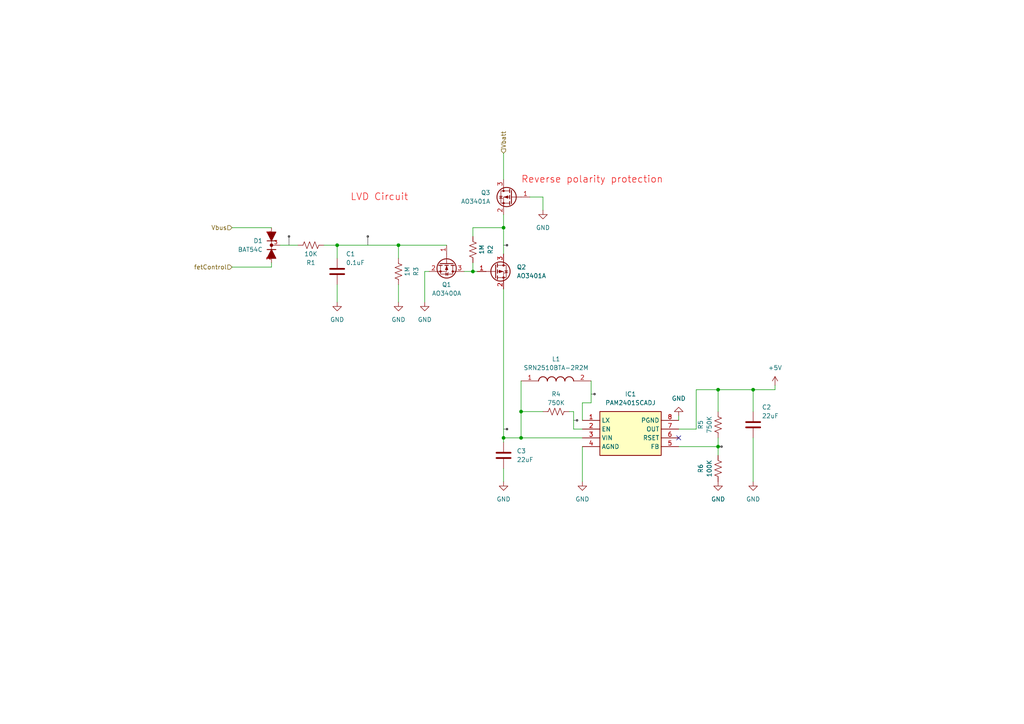
<source format=kicad_sch>
(kicad_sch (version 20230121) (generator eeschema)
  (paper "A4")
  (lib_symbols
    (symbol "BAT54C:BAT54C" (pin_names (offset 1.016))
      (property "Reference" "D" (at 2.5448 2.5448 0))
      (property "Value" "BAT54C" (at 2.5414 -3.8121 0))
      (symbol "BAT54C_0_0"
        (polyline (pts (xy -1.27 -1.27) (xy 1.27 -1.27)) (stroke (width 0.254)))
        (polyline (pts (xy 0 1.27) (xy -1.27 1.27)) (stroke (width 0.254)))
        (polyline (pts (xy 0 1.27) (xy 0 -1.27)) (stroke (width 0.1524)))
        (polyline (pts (xy 1.27 1.27) (xy 0 1.27)) (stroke (width 0.254)))
        (polyline (pts (xy -1.27 -3.81) (xy 0 -1.27) (xy 1.27 -3.81) (xy -1.27 -3.81)) (stroke (width 0.254)) (fill (type outline)))
        (polyline (pts (xy -1.27 3.81) (xy 1.27 3.81) (xy 0 1.27) (xy -1.27 3.81)) (stroke (width 0.254)) (fill (type outline)))
        (circle (center 0 0) (radius 0.254) (stroke (width 0.508)))
        (pin passive line (at 0 5.08 270) (length 2.54) (name "~") (number "1"))
        (pin passive line (at 0 -5.08 90) (length 2.54) (name "~") (number "2"))
        (pin passive line (at 2.54 0 180) (length 2.54) (name "~") (number "3"))
      )
    )
    (symbol "Device:C" (pin_numbers hide) (pin_names (offset 0.254))
      (property "Reference" "C" (at 0.635 2.54 0))
      (property "Value" "C" (at 0.635 -2.54 0))
      (symbol "C_0_1"
        (polyline (pts (xy -2.032 -0.762) (xy 2.032 -0.762)) (stroke (width 0.508)))
        (polyline (pts (xy -2.032 0.762) (xy 2.032 0.762)) (stroke (width 0.508)))
      )
      (symbol "C_1_1"
        (pin passive line (at 0 3.81 270) (length 2.794) (name "~") (number "1"))
        (pin passive line (at 0 -3.81 90) (length 2.794) (name "~") (number "2"))
      )
    )
    (symbol "Device:R_US" (pin_numbers hide) (pin_names (offset 0))
      (property "Reference" "R" (at 2.54 0 90))
      (property "Value" "R_US" (at -2.54 0 90))
      (symbol "R_US_0_1"
        (polyline (pts (xy 0 -2.286) (xy 0 -2.54)))
        (polyline (pts (xy 0 2.286) (xy 0 2.54)))
        (polyline (pts (xy 0 -0.762) (xy 1.016 -1.143) (xy 0 -1.524) (xy -1.016 -1.905) (xy 0 -2.286)))
        (polyline (pts (xy 0 0.762) (xy 1.016 0.381) (xy 0 0) (xy -1.016 -0.381) (xy 0 -0.762)))
        (polyline (pts (xy 0 2.286) (xy 1.016 1.905) (xy 0 1.524) (xy -1.016 1.143) (xy 0 0.762)))
      )
      (symbol "R_US_1_1"
        (pin passive line (at 0 3.81 270) (length 1.27) (name "~") (number "1"))
        (pin passive line (at 0 -3.81 90) (length 1.27) (name "~") (number "2"))
      )
    )
    (symbol "PAM2401SCADJ:PAM2401SCADJ"
      (property "Reference" "IC" (at 24.13 7.62 0))
      (property "Value" "PAM2401SCADJ" (at 24.13 5.08 0))
      (symbol "PAM2401SCADJ_1_1"
        (rectangle (start 5.08 2.54) (end 22.86 -10.16) (stroke (width 0.254)) (fill (type background)))
        (pin passive line (at 0 0 0) (length 5.08) (name "LX") (number "1"))
        (pin passive line (at 0 -2.54 0) (length 5.08) (name "EN") (number "2"))
        (pin passive line (at 0 -5.08 0) (length 5.08) (name "VIN") (number "3"))
        (pin passive line (at 0 -7.62 0) (length 5.08) (name "AGND") (number "4"))
        (pin passive line (at 27.94 -7.62 180) (length 5.08) (name "FB") (number "5"))
        (pin passive line (at 27.94 -5.08 180) (length 5.08) (name "RSET") (number "6"))
        (pin passive line (at 27.94 -2.54 180) (length 5.08) (name "OUT") (number "7"))
        (pin passive line (at 27.94 0 180) (length 5.08) (name "PGND") (number "8"))
      )
    )
    (symbol "SRN2510BTA-2R2M:SRN2510BTA-2R2M" (pin_names hide)
      (property "Reference" "L" (at 16.51 6.35 0))
      (property "Value" "SRN2510BTA-2R2M" (at 16.51 3.81 0))
      (symbol "SRN2510BTA-2R2M_1_1"
        (arc (start 7.62 0) (mid 6.35 1.219) (end 5.08 0) (stroke (width 0.254)))
        (arc (start 10.16 0) (mid 8.89 1.219) (end 7.62 0) (stroke (width 0.254)))
        (arc (start 12.7 0) (mid 11.43 1.219) (end 10.16 0) (stroke (width 0.254)))
        (arc (start 15.24 0) (mid 13.97 1.219) (end 12.7 0) (stroke (width 0.254)))
        (pin passive line (at 0 0 0) (length 5.08) (name "1") (number "1"))
        (pin passive line (at 20.32 0 180) (length 5.08) (name "2") (number "2"))
      )
    )
    (symbol "Transistor_FET:AO3400A" (pin_names hide)
      (property "Reference" "Q" (at 5.08 1.905 0))
      (property "Value" "AO3400A" (at 5.08 0 0))
      (symbol "AO3400A_0_1"
        (polyline (pts (xy 0.254 0) (xy -2.54 0)))
        (polyline (pts (xy 0.254 1.905) (xy 0.254 -1.905)) (stroke (width 0.254)))
        (polyline (pts (xy 0.762 -1.27) (xy 0.762 -2.286)) (stroke (width 0.254)))
        (polyline (pts (xy 0.762 0.508) (xy 0.762 -0.508)) (stroke (width 0.254)))
        (polyline (pts (xy 0.762 2.286) (xy 0.762 1.27)) (stroke (width 0.254)))
        (polyline (pts (xy 2.54 2.54) (xy 2.54 1.778)))
        (polyline (pts (xy 2.54 -2.54) (xy 2.54 0) (xy 0.762 0)))
        (polyline (pts (xy 0.762 -1.778) (xy 3.302 -1.778) (xy 3.302 1.778) (xy 0.762 1.778)))
        (polyline (pts (xy 1.016 0) (xy 2.032 0.381) (xy 2.032 -0.381) (xy 1.016 0)) (fill (type outline)))
        (polyline (pts (xy 2.794 0.508) (xy 2.921 0.381) (xy 3.683 0.381) (xy 3.81 0.254)))
        (polyline (pts (xy 3.302 0.381) (xy 2.921 -0.254) (xy 3.683 -0.254) (xy 3.302 0.381)))
        (circle (center 1.651 0) (radius 2.794) (stroke (width 0.254)))
        (circle (center 2.54 -1.778) (radius 0.254) (fill (type outline)))
        (circle (center 2.54 1.778) (radius 0.254) (fill (type outline)))
      )
      (symbol "AO3400A_1_1"
        (pin input line (at -5.08 0 0) (length 2.54) (name "G") (number "1"))
        (pin passive line (at 2.54 -5.08 90) (length 2.54) (name "S") (number "2"))
        (pin passive line (at 2.54 5.08 270) (length 2.54) (name "D") (number "3"))
      )
    )
    (symbol "Transistor_FET:AO3401A" (pin_names hide)
      (property "Reference" "Q" (at 5.08 1.905 0))
      (property "Value" "AO3401A" (at 5.08 0 0))
      (symbol "AO3401A_0_1"
        (polyline (pts (xy 0.254 0) (xy -2.54 0)))
        (polyline (pts (xy 0.254 1.905) (xy 0.254 -1.905)) (stroke (width 0.254)))
        (polyline (pts (xy 0.762 -1.27) (xy 0.762 -2.286)) (stroke (width 0.254)))
        (polyline (pts (xy 0.762 0.508) (xy 0.762 -0.508)) (stroke (width 0.254)))
        (polyline (pts (xy 0.762 2.286) (xy 0.762 1.27)) (stroke (width 0.254)))
        (polyline (pts (xy 2.54 2.54) (xy 2.54 1.778)))
        (polyline (pts (xy 2.54 -2.54) (xy 2.54 0) (xy 0.762 0)))
        (polyline (pts (xy 0.762 1.778) (xy 3.302 1.778) (xy 3.302 -1.778) (xy 0.762 -1.778)))
        (polyline (pts (xy 2.286 0) (xy 1.27 0.381) (xy 1.27 -0.381) (xy 2.286 0)) (fill (type outline)))
        (polyline (pts (xy 2.794 -0.508) (xy 2.921 -0.381) (xy 3.683 -0.381) (xy 3.81 -0.254)))
        (polyline (pts (xy 3.302 -0.381) (xy 2.921 0.254) (xy 3.683 0.254) (xy 3.302 -0.381)))
        (circle (center 1.651 0) (radius 2.794) (stroke (width 0.254)))
        (circle (center 2.54 -1.778) (radius 0.254) (fill (type outline)))
        (circle (center 2.54 1.778) (radius 0.254) (fill (type outline)))
      )
      (symbol "AO3401A_1_1"
        (pin input line (at -5.08 0 0) (length 2.54) (name "G") (number "1"))
        (pin passive line (at 2.54 -5.08 90) (length 2.54) (name "S") (number "2"))
        (pin passive line (at 2.54 5.08 270) (length 2.54) (name "D") (number "3"))
      )
    )
    (symbol "power:+5V" (power) (pin_names (offset 0))
      (property "Value" "+5V" (at 0 3.556 0))
      (symbol "+5V_0_1"
        (polyline (pts (xy -0.762 1.27) (xy 0 2.54)))
        (polyline (pts (xy 0 0) (xy 0 2.54)))
        (polyline (pts (xy 0 2.54) (xy 0.762 1.27)))
      )
      (symbol "+5V_1_1"
        (pin power_in line (at 0 0 90) (length 0) hide (name "+5V") (number "1"))
      )
    )
    (symbol "power:GND" (power) (pin_names (offset 0))
      (property "Value" "GND" (at 0 -3.81 0))
      (symbol "GND_0_1"
        (polyline (pts (xy 0 0) (xy 0 -1.27) (xy 1.27 -1.27) (xy 0 -2.54) (xy -1.27 -1.27) (xy 0 -1.27)))
      )
      (symbol "GND_1_1"
        (pin power_in line (at 0 0 270) (length 0) hide (name "GND") (number "1"))
      )
    )
  )
  (junction (at 115.57 71.12))
  (junction (at 146.05 66.04))
  (junction (at 97.79 71.12))
  (junction (at 208.28 113.03))
  (junction (at 137.16 78.74))
  (junction (at 146.05 127))
  (junction (at 151.13 119.38))
  (junction (at 151.13 127))
  (junction (at 208.28 129.54))
  (junction (at 218.44 113.03))
  (no_connect (at 196.85 127))
  (wire (pts (xy 165.1 119.38) (xy 166.37 119.38)))
  (wire (pts (xy 137.16 76.2) (xy 137.16 78.74)))
  (wire (pts (xy 134.62 78.74) (xy 137.16 78.74)))
  (wire (pts (xy 196.85 129.54) (xy 208.28 129.54)))
  (wire (pts (xy 196.85 124.46) (xy 201.93 124.46)))
  (wire (pts (xy 201.93 124.46) (xy 201.93 113.03)))
  (wire (pts (xy 201.93 113.03) (xy 208.28 113.03)))
  (wire (pts (xy 196.85 120.65) (xy 196.85 121.92)))
  (wire (pts (xy 146.05 44.45) (xy 146.05 52.07)))
  (wire (pts (xy 224.79 111.76) (xy 224.79 113.03)))
  (wire (pts (xy 67.31 66.04) (xy 78.74 66.04)))
  (wire (pts (xy 208.28 113.03) (xy 208.28 119.38)))
  (wire (pts (xy 218.44 113.03) (xy 218.44 119.38)))
  (wire (pts (xy 171.45 110.49) (xy 171.45 116.84)))
  (wire (pts (xy 218.44 113.03) (xy 224.79 113.03)))
  (wire (pts (xy 146.05 62.23) (xy 146.05 66.04)))
  (wire (pts (xy 146.05 128.27) (xy 146.05 127)))
  (wire (pts (xy 168.91 121.92) (xy 168.91 116.84)))
  (wire (pts (xy 115.57 71.12) (xy 115.57 74.93)))
  (wire (pts (xy 78.74 77.47) (xy 78.74 76.2)))
  (wire (pts (xy 67.31 77.47) (xy 78.74 77.47)))
  (wire (pts (xy 146.05 66.04) (xy 146.05 73.66)))
  (wire (pts (xy 93.98 71.12) (xy 97.79 71.12)))
  (wire (pts (xy 151.13 127) (xy 146.05 127)))
  (wire (pts (xy 137.16 78.74) (xy 138.43 78.74)))
  (wire (pts (xy 218.44 127) (xy 218.44 139.7)))
  (wire (pts (xy 208.28 113.03) (xy 218.44 113.03)))
  (wire (pts (xy 208.28 129.54) (xy 208.28 132.08)))
  (wire (pts (xy 151.13 127) (xy 168.91 127)))
  (wire (pts (xy 166.37 119.38) (xy 166.37 124.46)))
  (wire (pts (xy 208.28 127) (xy 208.28 129.54)))
  (wire (pts (xy 151.13 119.38) (xy 151.13 127)))
  (wire (pts (xy 151.13 119.38) (xy 157.48 119.38)))
  (wire (pts (xy 146.05 139.7) (xy 146.05 135.89)))
  (wire (pts (xy 124.46 78.74) (xy 123.19 78.74)))
  (wire (pts (xy 115.57 71.12) (xy 129.54 71.12)))
  (wire (pts (xy 171.45 116.84) (xy 168.91 116.84)))
  (wire (pts (xy 146.05 83.82) (xy 146.05 127)))
  (wire (pts (xy 137.16 68.58) (xy 137.16 66.04)))
  (wire (pts (xy 157.48 57.15) (xy 157.48 60.96)))
  (wire (pts (xy 97.79 71.12) (xy 97.79 74.93)))
  (wire (pts (xy 137.16 66.04) (xy 146.05 66.04)))
  (wire (pts (xy 166.37 124.46) (xy 168.91 124.46)))
  (wire (pts (xy 97.79 82.55) (xy 97.79 87.63)))
  (wire (pts (xy 97.79 71.12) (xy 115.57 71.12)))
  (wire (pts (xy 115.57 82.55) (xy 115.57 87.63)))
  (wire (pts (xy 153.67 57.15) (xy 157.48 57.15)))
  (wire (pts (xy 168.91 129.54) (xy 168.91 139.7)))
  (wire (pts (xy 123.19 78.74) (xy 123.19 87.63)))
  (wire (pts (xy 81.28 71.12) (xy 86.36 71.12)))
  (wire (pts (xy 151.13 110.49) (xy 151.13 119.38)))
  (text "Reverse polarity protection" (at 151.13 53.34 0) (effects (font (size 2 2)) (justify left bottom)))
  (text "LVD Circuit\n" (at 101.6 58.42 0) (effects (font (size 2 2)) (justify left bottom)))
  (hierarchical_label "fetControl" (shape input) (at 67.31 77.47 180))
  (hierarchical_label "Vbus" (shape input) (at 67.31 66.04 180))
  (hierarchical_label "Vbatt" (shape input) (at 146.05 44.45 90))
  (netclass_flag "" (length 2.54) (shape dot) (at 106.68 71.12 0) (property "Netclass" "signal" (effects hide)))
  (netclass_flag "" (length 2.54) (shape dot) (at 83.82 71.12 0) (property "Netclass" "signal" (effects hide)))
  (netclass_flag "" (length 1) (shape dot) (at 146.05 124.46 270) (property "Netclass" "power" (effects hide)))
  (netclass_flag "" (length 1) (shape dot) (at 208.28 129.54 270) (property "Netclass" "power" (effects hide)))
  (netclass_flag "" (length 1) (shape dot) (at 171.45 114.3 270) (property "Netclass" "power" (effects hide)))
  (netclass_flag "" (length 1) (shape dot) (at 146.05 71.12 270) (property "Netclass" "power" (effects hide)))
  (netclass_flag "" (length 1) (shape dot) (at 166.37 121.92 270) (property "Netclass" "power" (effects hide)))
  (symbol (lib_id "power:GND") (at 168.91 139.7 0) (unit 1)
    (property "Reference" "#PWR07" (effects hide))
    (property "Value" "GND" (at 168.91 144.78 0))
  )
  (symbol (lib_id "power:GND") (at 196.85 120.65 180) (unit 1)
    (property "Reference" "#PWR05" (effects hide))
    (property "Value" "GND" (at 196.85 115.57 0))
  )
  (symbol (lib_id "Device:R_US") (at 161.29 119.38 90) (unit 1)
    (property "Reference" "R4" (at 161.29 114.3 90))
    (property "Value" "750K" (at 161.29 116.84 90))
    (property "Footprint" "Resistor_SMD:R_0805_2012Metric" (effects hide))
  )
  (symbol (lib_id "Transistor_FET:AO3401A") (at 148.59 57.15 0) (mirror y) (unit 1)
    (property "Reference" "Q3" (at 142.24 55.88 0) (effects (justify left)))
    (property "Value" "AO3401A" (at 142.24 58.42 0) (effects (justify left)))
    (property "Footprint" "Package_TO_SOT_SMD:SOT-23" (effects hide))
    (property "Datasheet" "http://www.aosmd.com/pdfs/datasheet/AO3401A.pdf" (effects hide))
  )
  (symbol (lib_id "power:GND") (at 146.05 139.7 0) (unit 1)
    (property "Reference" "#PWR06" (effects hide))
    (property "Value" "GND" (at 146.05 144.78 0))
  )
  (symbol (lib_id "power:GND") (at 115.57 87.63 0) (unit 1)
    (property "Reference" "#PWR02" (effects hide))
    (property "Value" "GND" (at 115.57 92.71 0))
  )
  (symbol (lib_id "Device:R_US") (at 90.17 71.12 270) (unit 1)
    (property "Reference" "R1" (at 90.17 76.2 90))
    (property "Value" "10K" (at 90.17 73.66 90))
    (property "Footprint" "Resistor_SMD:R_0805_2012Metric" (effects hide))
  )
  (symbol (lib_id "Device:R_US") (at 137.16 72.39 0) (unit 1)
    (property "Reference" "R2" (at 142.24 72.39 90))
    (property "Value" "1M" (at 139.7 72.39 90))
    (property "Footprint" "Resistor_SMD:R_0805_2012Metric" (effects hide))
  )
  (symbol (lib_id "Transistor_FET:AO3400A") (at 129.54 76.2 270) (unit 1)
    (property "Reference" "Q1" (at 129.54 82.55 90))
    (property "Value" "AO3400A" (at 129.54 85.09 90))
    (property "Footprint" "Package_TO_SOT_SMD:SOT-23" (effects hide))
    (property "Datasheet" "http://www.aosmd.com/pdfs/datasheet/AO3400A.pdf" (effects hide))
  )
  (symbol (lib_id "Device:C") (at 146.05 132.08 0) (unit 1)
    (property "Reference" "C3" (at 149.86 130.81 0) (effects (justify left)))
    (property "Value" "22uF" (at 149.86 133.35 0) (effects (justify left)))
    (property "Footprint" "Capacitor_SMD:C_0805_2012Metric" (effects hide))
  )
  (symbol (lib_id "power:+5V") (at 224.79 111.76 0) (unit 1)
    (property "Reference" "#PWR04" (effects hide))
    (property "Value" "+5V" (at 224.79 106.68 0))
  )
  (symbol (lib_id "Device:R_US") (at 115.57 78.74 0) (unit 1)
    (property "Reference" "R3" (at 120.65 78.74 90))
    (property "Value" "1M" (at 118.11 78.74 90))
    (property "Footprint" "Resistor_SMD:R_0805_2012Metric" (effects hide))
  )
  (symbol (lib_id "power:GND") (at 157.48 60.96 0) (unit 1)
    (property "Reference" "#PWR032" (effects hide))
    (property "Value" "GND" (at 157.48 66.04 0))
  )
  (symbol (lib_id "PAM2401SCADJ:PAM2401SCADJ") (at 168.91 121.92 0) (unit 1)
    (property "Reference" "IC1" (at 182.88 114.3 0))
    (property "Value" "PAM2401SCADJ" (at 182.88 116.84 0))
    (property "Footprint" "PAM2401:SOP65P490X110-8N" (effects hide))
    (property "Datasheet" "https://www.diodes.com//assets/Datasheets/PAM2401.pdf" (effects hide))
    (property "Height" "1.1" (effects hide))
    (property "Mouser Part Number" "621-PAM2401SCADJ" (effects hide))
    (property "Mouser Price/Stock" "https://www.mouser.co.uk/ProductDetail/Diodes-Incorporated/PAM2401SCADJ?qs=Ay79KZaUeZCprHtLIDXq%252BQ%3D%3D" (effects hide))
    (property "Manufacturer_Name" "Diodes Incorporated" (effects hide))
    (property "Manufacturer_Part_Number" "PAM2401SCADJ" (effects hide))
  )
  (symbol (lib_id "Transistor_FET:AO3401A") (at 143.51 78.74 0) (unit 1)
    (property "Reference" "Q2" (at 149.86 77.47 0) (effects (justify left)))
    (property "Value" "AO3401A" (at 149.86 80.01 0) (effects (justify left)))
    (property "Footprint" "Package_TO_SOT_SMD:SOT-23" (effects hide))
    (property "Datasheet" "http://www.aosmd.com/pdfs/datasheet/AO3401A.pdf" (effects hide))
  )
  (symbol (lib_id "power:GND") (at 123.19 87.63 0) (unit 1)
    (property "Reference" "#PWR03" (effects hide))
    (property "Value" "GND" (at 123.19 92.71 0))
  )
  (symbol (lib_id "Device:C") (at 218.44 123.19 0) (unit 1)
    (property "Reference" "C2" (at 220.98 118.11 0) (effects (justify left)))
    (property "Value" "22uF" (at 220.98 120.65 0) (effects (justify left)))
    (property "Footprint" "Capacitor_SMD:C_0805_2012Metric" (effects hide))
  )
  (symbol (lib_id "power:GND") (at 97.79 87.63 0) (unit 1)
    (property "Reference" "#PWR01" (effects hide))
    (property "Value" "GND" (at 97.79 92.71 0))
  )
  (symbol (lib_id "BAT54C:BAT54C") (at 78.74 71.12 0) (unit 1)
    (property "Reference" "D1" (at 76.2 69.85 0) (effects (justify right)))
    (property "Value" "BAT54C" (at 76.2 72.39 0) (effects (justify right)))
    (property "Footprint" "BAT54C:SOT23-R" (effects hide))
    (property "MF" "Diotec Semiconductor" (effects hide))
    (property "Description" "\n                        \n                            Schottky, SOT-23, 30V, 0.2A, 150°C\n                        \n" (effects hide))
    (property "Package" "SOT-23 Diotec" (effects hide))
    (property "Price" "None" (effects hide))
    (property "SnapEDA_Link" "https://www.snapeda.com/parts/BAT54C/Diotec/view-part/?ref=snap" (effects hide))
    (property "MP" "BAT54C" (effects hide))
    (property "Availability" "In Stock" (effects hide))
    (property "Check_prices" "https://www.snapeda.com/parts/BAT54C/Diotec/view-part/?ref=eda" (effects hide))
  )
  (symbol (lib_id "Device:C") (at 97.79 78.74 0) (unit 1)
    (property "Reference" "C1" (at 100.33 73.66 0) (effects (justify left)))
    (property "Value" "0.1uF" (at 100.33 76.2 0) (effects (justify left)))
    (property "Footprint" "Capacitor_SMD:C_0805_2012Metric" (effects hide))
  )
  (symbol (lib_id "Device:R_US") (at 208.28 123.19 180) (unit 1)
    (property "Reference" "R5" (at 203.2 123.19 90))
    (property "Value" "750K" (at 205.74 123.19 90))
    (property "Footprint" "Resistor_SMD:R_0805_2012Metric" (effects hide))
  )
  (symbol (lib_id "power:GND") (at 218.44 139.7 0) (unit 1)
    (property "Reference" "#PWR09" (effects hide))
    (property "Value" "GND" (at 218.44 144.78 0))
  )
  (symbol (lib_id "Device:R_US") (at 208.28 135.89 180) (unit 1)
    (property "Reference" "R6" (at 203.2 135.89 90))
    (property "Value" "100K" (at 205.74 135.89 90))
    (property "Footprint" "Resistor_SMD:R_0805_2012Metric" (effects hide))
  )
  (symbol (lib_id "SRN2510BTA-2R2M:SRN2510BTA-2R2M") (at 151.13 110.49 0) (unit 1)
    (property "Reference" "L1" (at 161.29 104.14 0))
    (property "Value" "SRN2510BTA-2R2M" (at 161.29 106.68 0))
    (property "Footprint" "SRN2510BTA-2R2M:SRN2510BTA2R2M" (effects hide))
    (property "Datasheet" "https://www.bourns.com/docs/Product-Datasheets/SRN2510BTA.pdf" (effects hide))
    (property "Height" "1" (effects hide))
    (property "Mouser Part Number" "652-SRN2510BTA-2R2M" (effects hide))
    (property "Mouser Price/Stock" "https://www.mouser.co.uk/ProductDetail/Bourns/SRN2510BTA-2R2M?qs=Imq1NPwxi76UwyNS9ZjxDQ%3D%3D" (effects hide))
    (property "Manufacturer_Name" "Bourns" (effects hide))
    (property "Manufacturer_Part_Number" "SRN2510BTA-2R2M" (effects hide))
  )
  (symbol (lib_id "power:GND") (at 208.28 139.7 0) (unit 1)
    (property "Reference" "#PWR08" (effects hide))
    (property "Value" "GND" (at 208.28 144.78 0))
  )
)
</source>
